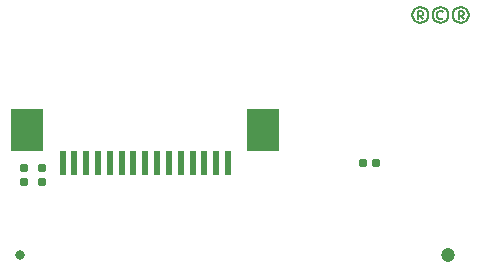
<source format=gbr>
G04 #@! TF.GenerationSoftware,KiCad,Pcbnew,6.0.7-1.fc35*
G04 #@! TF.CreationDate,2022-09-05T19:22:16-05:00*
G04 #@! TF.ProjectId,cam-adapter,63616d2d-6164-4617-9074-65722e6b6963,rev?*
G04 #@! TF.SameCoordinates,Original*
G04 #@! TF.FileFunction,Soldermask,Top*
G04 #@! TF.FilePolarity,Negative*
%FSLAX46Y46*%
G04 Gerber Fmt 4.6, Leading zero omitted, Abs format (unit mm)*
G04 Created by KiCad (PCBNEW 6.0.7-1.fc35) date 2022-09-05 19:22:16*
%MOMM*%
%LPD*%
G01*
G04 APERTURE LIST*
G04 Aperture macros list*
%AMRoundRect*
0 Rectangle with rounded corners*
0 $1 Rounding radius*
0 $2 $3 $4 $5 $6 $7 $8 $9 X,Y pos of 4 corners*
0 Add a 4 corners polygon primitive as box body*
4,1,4,$2,$3,$4,$5,$6,$7,$8,$9,$2,$3,0*
0 Add four circle primitives for the rounded corners*
1,1,$1+$1,$2,$3*
1,1,$1+$1,$4,$5*
1,1,$1+$1,$6,$7*
1,1,$1+$1,$8,$9*
0 Add four rect primitives between the rounded corners*
20,1,$1+$1,$2,$3,$4,$5,0*
20,1,$1+$1,$4,$5,$6,$7,0*
20,1,$1+$1,$6,$7,$8,$9,0*
20,1,$1+$1,$8,$9,$2,$3,0*%
G04 Aperture macros list end*
%ADD10C,0.150000*%
%ADD11R,0.610000X2.000000*%
%ADD12R,2.680000X3.600000*%
%ADD13RoundRect,0.160000X-0.160000X0.197500X-0.160000X-0.197500X0.160000X-0.197500X0.160000X0.197500X0*%
%ADD14RoundRect,0.155000X0.212500X0.155000X-0.212500X0.155000X-0.212500X-0.155000X0.212500X-0.155000X0*%
%ADD15C,0.800000*%
%ADD16C,1.200000*%
G04 APERTURE END LIST*
D10*
X138523809Y-73559523D02*
X138285714Y-73273809D01*
X138095238Y-73559523D02*
X138095238Y-72892857D01*
X138380952Y-72892857D01*
X138476190Y-72940476D01*
X138523809Y-73035714D01*
X138523809Y-73130952D01*
X138476190Y-73226190D01*
X138380952Y-73273809D01*
X138095238Y-73273809D01*
X138285714Y-72559523D02*
X138047619Y-72607142D01*
X137809523Y-72750000D01*
X137666666Y-72988095D01*
X137619047Y-73226190D01*
X137666666Y-73464285D01*
X137809523Y-73702380D01*
X138047619Y-73845238D01*
X138285714Y-73892857D01*
X138523809Y-73845238D01*
X138761904Y-73702380D01*
X138904761Y-73464285D01*
X138952380Y-73226190D01*
X138904761Y-72988095D01*
X138761904Y-72750000D01*
X138523809Y-72607142D01*
X138285714Y-72559523D01*
X140190476Y-72940476D02*
X140095238Y-72892857D01*
X139904761Y-72892857D01*
X139809523Y-72940476D01*
X139714285Y-73035714D01*
X139666666Y-73130952D01*
X139666666Y-73321428D01*
X139714285Y-73416666D01*
X139809523Y-73511904D01*
X139904761Y-73559523D01*
X140095238Y-73559523D01*
X140190476Y-73511904D01*
X140000000Y-72559523D02*
X139761904Y-72607142D01*
X139523809Y-72750000D01*
X139380952Y-72988095D01*
X139333333Y-73226190D01*
X139380952Y-73464285D01*
X139523809Y-73702380D01*
X139761904Y-73845238D01*
X140000000Y-73892857D01*
X140238095Y-73845238D01*
X140476190Y-73702380D01*
X140619047Y-73464285D01*
X140666666Y-73226190D01*
X140619047Y-72988095D01*
X140476190Y-72750000D01*
X140238095Y-72607142D01*
X140000000Y-72559523D01*
X141952380Y-73559523D02*
X141714285Y-73273809D01*
X141523809Y-73559523D02*
X141523809Y-72892857D01*
X141809523Y-72892857D01*
X141904761Y-72940476D01*
X141952380Y-73035714D01*
X141952380Y-73130952D01*
X141904761Y-73226190D01*
X141809523Y-73273809D01*
X141523809Y-73273809D01*
X141714285Y-72559523D02*
X141476190Y-72607142D01*
X141238095Y-72750000D01*
X141095238Y-72988095D01*
X141047619Y-73226190D01*
X141095238Y-73464285D01*
X141238095Y-73702380D01*
X141476190Y-73845238D01*
X141714285Y-73892857D01*
X141952380Y-73845238D01*
X142190476Y-73702380D01*
X142333333Y-73464285D01*
X142380952Y-73226190D01*
X142333333Y-72988095D01*
X142190476Y-72750000D01*
X141952380Y-72607142D01*
X141714285Y-72559523D01*
D11*
G04 #@! TO.C,J1*
X122000000Y-85750000D03*
X121000000Y-85750000D03*
X120000000Y-85750000D03*
X119000000Y-85750000D03*
X118000000Y-85750000D03*
X117000000Y-85750000D03*
X116000000Y-85750000D03*
X115000000Y-85750000D03*
X114000000Y-85750000D03*
X113000000Y-85750000D03*
X112000000Y-85750000D03*
X111000000Y-85750000D03*
X110000000Y-85750000D03*
X109000000Y-85750000D03*
X108000000Y-85750000D03*
D12*
X124990000Y-82950000D03*
X105010000Y-82950000D03*
G04 #@! TD*
D13*
G04 #@! TO.C,R1*
X104750000Y-86152500D03*
X104750000Y-87347500D03*
G04 #@! TD*
D14*
G04 #@! TO.C,C1*
X134567500Y-85750000D03*
X133432500Y-85750000D03*
G04 #@! TD*
D13*
G04 #@! TO.C,R2*
X106250000Y-86152500D03*
X106250000Y-87347500D03*
G04 #@! TD*
D15*
G04 #@! TO.C,J2*
X104400000Y-93500000D03*
D16*
X140600000Y-93500000D03*
G04 #@! TD*
M02*

</source>
